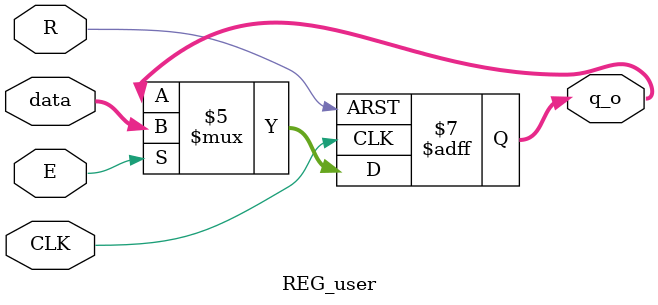
<source format=v>
/*
	REG_user registrador de 64 bits que guarda e monta a sequencia
	digitada pelo usuario
*/
module REG_user
#(parameter N = 64)
(
	data,
	CLK,
	R,
	E,
	q_o
);

input wire 	CLK, R, E; 
input wire [N-1:0] data;
output reg [N-1:0] q_o;

always@(posedge CLK or posedge R)
begin
	if (R == 1'b1)
		q_o <= 0;
	else if (E == 1'b1)
			q_o <= data;
		else 
		   q_o <= q_o;
end

endmodule

</source>
